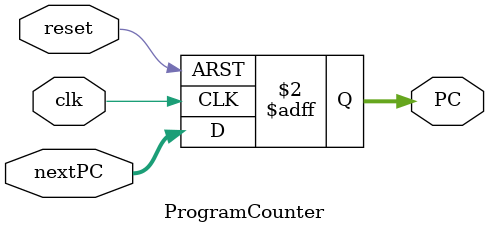
<source format=v>
module ProgramCounter(input clk,
                      input reset,
                      input [31:0] nextPC,
                      output reg [31:0] PC
                      );


    always@(posedge clk or posedge reset)
    begin

        if(reset)
        begin
            PC <= 0;
        end

        else
        begin
            PC <= nextPC;
        end
    end

endmodule


</source>
